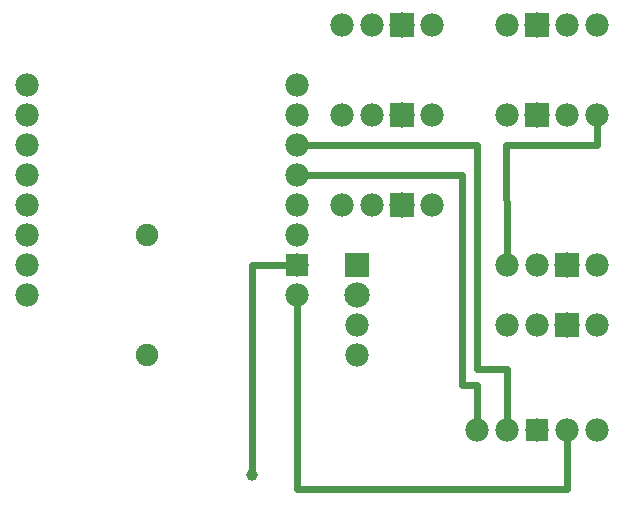
<source format=gtl>
G04 MADE WITH FRITZING*
G04 WWW.FRITZING.ORG*
G04 DOUBLE SIDED*
G04 HOLES PLATED*
G04 CONTOUR ON CENTER OF CONTOUR VECTOR*
%ASAXBY*%
%FSLAX23Y23*%
%MOIN*%
%OFA0B0*%
%SFA1.0B1.0*%
%ADD10C,0.039370*%
%ADD11C,0.075000*%
%ADD12C,0.078000*%
%ADD13C,0.084141*%
%ADD14C,0.077778*%
%ADD15R,0.084375X0.084375*%
%ADD16R,0.083333X0.083333*%
%ADD17R,0.077778X0.077778*%
%ADD18R,0.078000X0.078000*%
%ADD19C,0.024000*%
%LNCOPPER1*%
G90*
G70*
G54D10*
X1155Y446D03*
G54D11*
X805Y1246D03*
X805Y846D03*
G54D12*
X2305Y946D03*
G54D13*
X2205Y946D03*
G54D12*
X2105Y946D03*
X2005Y946D03*
X1756Y1945D03*
G54D13*
X1656Y1945D03*
G54D12*
X1556Y1945D03*
X1456Y1945D03*
X1756Y1345D03*
G54D13*
X1656Y1345D03*
G54D12*
X1556Y1345D03*
X1456Y1345D03*
X1756Y1645D03*
G54D13*
X1656Y1645D03*
G54D12*
X1556Y1645D03*
X1456Y1645D03*
X2305Y1146D03*
G54D13*
X2205Y1146D03*
G54D12*
X2105Y1146D03*
X2005Y1146D03*
X2005Y1946D03*
G54D13*
X2105Y1946D03*
G54D12*
X2205Y1946D03*
X2305Y1946D03*
X2005Y1646D03*
G54D13*
X2105Y1646D03*
G54D12*
X2205Y1646D03*
X2305Y1646D03*
X1505Y1146D03*
G54D13*
X1505Y1046D03*
G54D12*
X1505Y946D03*
X1505Y846D03*
G54D14*
X405Y1746D03*
X405Y1646D03*
X405Y1546D03*
X405Y1446D03*
X405Y1346D03*
X405Y1246D03*
X405Y1146D03*
X405Y1046D03*
X1305Y1046D03*
X1305Y1146D03*
X1305Y1246D03*
X1305Y1346D03*
X1305Y1446D03*
X1305Y1546D03*
X1305Y1646D03*
X1305Y1746D03*
G54D12*
X2305Y596D03*
X2205Y596D03*
X2105Y596D03*
X2005Y596D03*
X1905Y596D03*
G54D15*
X2205Y946D03*
X1655Y1945D03*
X1655Y1345D03*
X1655Y1645D03*
X2205Y1146D03*
X2106Y1946D03*
X2106Y1646D03*
G54D16*
X1506Y1146D03*
G54D17*
X1305Y1146D03*
G54D18*
X2105Y596D03*
G54D19*
X1906Y746D02*
X1855Y746D01*
D02*
X1855Y746D02*
X1855Y1445D01*
D02*
X1855Y1445D02*
X1334Y1446D01*
D02*
X1905Y626D02*
X1906Y746D01*
D02*
X2305Y1546D02*
X2305Y1616D01*
D02*
X2004Y1546D02*
X2305Y1546D01*
D02*
X2005Y1176D02*
X2004Y1546D01*
D02*
X1155Y1145D02*
X1155Y465D01*
D02*
X1276Y1146D02*
X1155Y1145D01*
D02*
X2005Y797D02*
X1906Y797D01*
D02*
X1906Y797D02*
X1906Y1544D01*
D02*
X2005Y626D02*
X2005Y797D01*
D02*
X1906Y1544D02*
X1334Y1546D01*
D02*
X1305Y397D02*
X1305Y1017D01*
D02*
X2206Y397D02*
X1305Y397D01*
D02*
X2205Y566D02*
X2206Y397D01*
G04 End of Copper1*
M02*
</source>
